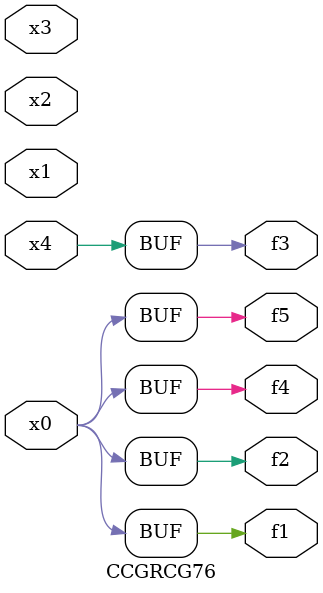
<source format=v>
module CCGRCG76(
	input x0, x1, x2, x3, x4,
	output f1, f2, f3, f4, f5
);
	assign f1 = x0;
	assign f2 = x0;
	assign f3 = x4;
	assign f4 = x0;
	assign f5 = x0;
endmodule

</source>
